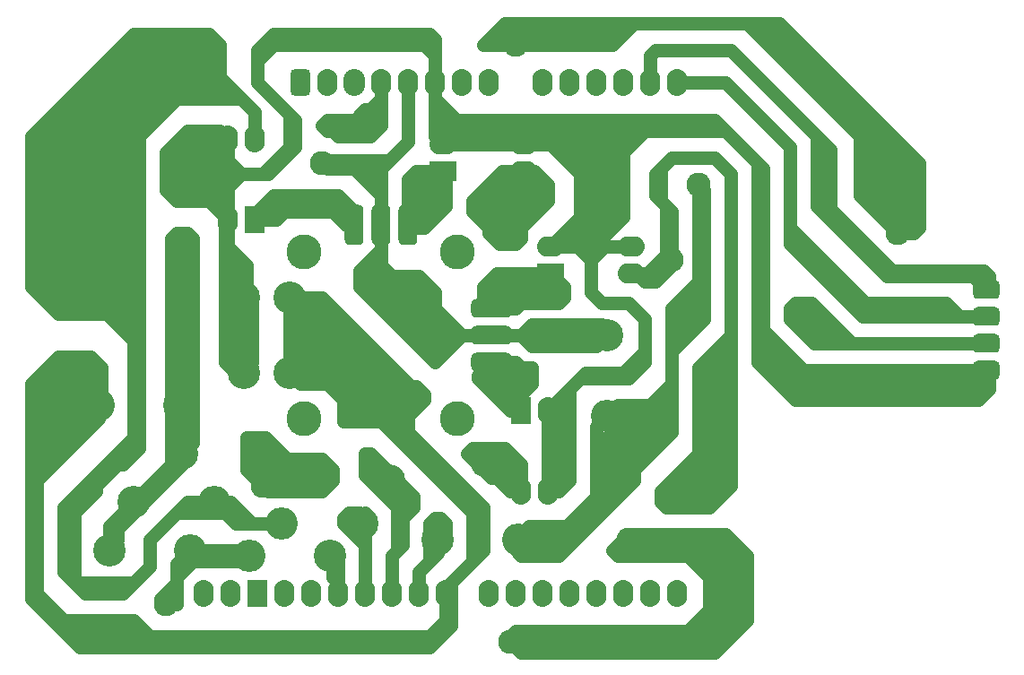
<source format=gbr>
%TF.GenerationSoftware,KiCad,Pcbnew,(6.0.11)*%
%TF.CreationDate,2024-05-30T13:56:32-03:00*%
%TF.ProjectId,hardware,68617264-7761-4726-952e-6b696361645f,rev?*%
%TF.SameCoordinates,Original*%
%TF.FileFunction,Copper,L1,Top*%
%TF.FilePolarity,Positive*%
%FSLAX46Y46*%
G04 Gerber Fmt 4.6, Leading zero omitted, Abs format (unit mm)*
G04 Created by KiCad (PCBNEW (6.0.11)) date 2024-05-30 13:56:32*
%MOMM*%
%LPD*%
G01*
G04 APERTURE LIST*
G04 Aperture macros list*
%AMRoundRect*
0 Rectangle with rounded corners*
0 $1 Rounding radius*
0 $2 $3 $4 $5 $6 $7 $8 $9 X,Y pos of 4 corners*
0 Add a 4 corners polygon primitive as box body*
4,1,4,$2,$3,$4,$5,$6,$7,$8,$9,$2,$3,0*
0 Add four circle primitives for the rounded corners*
1,1,$1+$1,$2,$3*
1,1,$1+$1,$4,$5*
1,1,$1+$1,$6,$7*
1,1,$1+$1,$8,$9*
0 Add four rect primitives between the rounded corners*
20,1,$1+$1,$2,$3,$4,$5,0*
20,1,$1+$1,$4,$5,$6,$7,0*
20,1,$1+$1,$6,$7,$8,$9,0*
20,1,$1+$1,$8,$9,$2,$3,0*%
G04 Aperture macros list end*
%TA.AperFunction,ComponentPad*%
%ADD10R,1.905000X2.540000*%
%TD*%
%TA.AperFunction,ComponentPad*%
%ADD11O,1.905000X2.540000*%
%TD*%
%TA.AperFunction,ComponentPad*%
%ADD12C,3.048000*%
%TD*%
%TA.AperFunction,ComponentPad*%
%ADD13O,3.048000X3.048000*%
%TD*%
%TA.AperFunction,ComponentPad*%
%ADD14R,2.540000X1.905000*%
%TD*%
%TA.AperFunction,ComponentPad*%
%ADD15O,2.540000X1.905000*%
%TD*%
%TA.AperFunction,ComponentPad*%
%ADD16RoundRect,0.444500X0.444500X-1.460500X0.444500X1.460500X-0.444500X1.460500X-0.444500X-1.460500X0*%
%TD*%
%TA.AperFunction,ComponentPad*%
%ADD17RoundRect,0.444500X1.460500X-0.444500X1.460500X0.444500X-1.460500X0.444500X-1.460500X-0.444500X0*%
%TD*%
%TA.AperFunction,ComponentPad*%
%ADD18C,3.302000*%
%TD*%
%TA.AperFunction,ComponentPad*%
%ADD19RoundRect,0.444500X0.825500X-0.444500X0.825500X0.444500X-0.825500X0.444500X-0.825500X-0.444500X0*%
%TD*%
%TA.AperFunction,ComponentPad*%
%ADD20RoundRect,0.476250X0.476250X-0.793750X0.476250X0.793750X-0.476250X0.793750X-0.476250X-0.793750X0*%
%TD*%
%TA.AperFunction,ComponentPad*%
%ADD21O,2.032000X2.540000*%
%TD*%
%TA.AperFunction,ViaPad*%
%ADD22C,2.286000*%
%TD*%
%TA.AperFunction,Conductor*%
%ADD23C,1.270000*%
%TD*%
G04 APERTURE END LIST*
D10*
%TO.P,U2,1*%
%TO.N,Net-(A2-Pad6)*%
X49276000Y-39116000D03*
D11*
%TO.P,U2,2*%
%TO.N,Net-(A1-Pad6)*%
X51816000Y-39116000D03*
%TO.P,U2,3*%
X51816000Y-46736000D03*
%TO.P,U2,4*%
%TO.N,Net-(R4-Pad2)*%
X49276000Y-46736000D03*
%TD*%
D12*
%TO.P,R8,1*%
%TO.N,Net-(A1-Pad5)*%
X12700000Y-47752000D03*
D13*
%TO.P,R8,2*%
%TO.N,Net-(R8-Pad2)*%
X20320000Y-47752000D03*
%TD*%
D12*
%TO.P,R7,1*%
%TO.N,Net-(A1-Pad24)*%
X41402000Y-51308000D03*
D13*
%TO.P,R7,2*%
%TO.N,Net-(R6-Pad2)*%
X49022000Y-51308000D03*
%TD*%
D10*
%TO.P,U4,1*%
%TO.N,Net-(A2-Pad3)*%
X24135000Y-21082000D03*
D11*
%TO.P,U4,2*%
%TO.N,Net-(A1-Pad6)*%
X21595000Y-21082000D03*
%TO.P,U4,3*%
X21595000Y-13462000D03*
%TO.P,U4,4*%
%TO.N,Net-(R8-Pad2)*%
X24135000Y-13462000D03*
%TD*%
D12*
%TO.P,R4,1*%
%TO.N,Net-(A1-Pad5)*%
X10414000Y-52324000D03*
D13*
%TO.P,R4,2*%
%TO.N,Net-(R4-Pad2)*%
X18034000Y-52324000D03*
%TD*%
D12*
%TO.P,R6,1*%
%TO.N,Net-(A1-Pad5)*%
X57404000Y-32004000D03*
D13*
%TO.P,R6,2*%
%TO.N,Net-(R6-Pad2)*%
X57404000Y-39624000D03*
%TD*%
D14*
%TO.P,U3,1*%
%TO.N,Net-(A2-Pad1)*%
X41910000Y-16515000D03*
D15*
%TO.P,U3,2*%
%TO.N,Net-(A1-Pad6)*%
X41910000Y-13975000D03*
%TO.P,U3,3*%
X49530000Y-13975000D03*
%TO.P,U3,4*%
%TO.N,Net-(R6-Pad2)*%
X49530000Y-16515000D03*
%TD*%
D14*
%TO.P,U1,1*%
%TO.N,Net-(A2-Pad4)*%
X52070000Y-26167000D03*
D15*
%TO.P,U1,2*%
%TO.N,Net-(A1-Pad6)*%
X52070000Y-23627000D03*
%TO.P,U1,3*%
X59690000Y-23627000D03*
%TO.P,U1,4*%
%TO.N,Net-(R2-Pad2)*%
X59690000Y-26167000D03*
%TD*%
D12*
%TO.P,R2,1*%
%TO.N,Net-(A1-Pad5)*%
X17272000Y-43180000D03*
D13*
%TO.P,R2,2*%
%TO.N,Net-(R2-Pad2)*%
X24892000Y-43180000D03*
%TD*%
D16*
%TO.P,A2,1,RY+*%
%TO.N,Net-(A2-Pad1)*%
X38608000Y-21590000D03*
%TO.P,A2,2,RYc*%
%TO.N,Net-(A1-Pad5)*%
X36068000Y-21590000D03*
%TO.P,A2,3,RY-*%
%TO.N,Net-(A2-Pad3)*%
X33528000Y-21590000D03*
D17*
%TO.P,A2,4,RX+*%
%TO.N,Net-(A2-Pad4)*%
X46482000Y-29464000D03*
%TO.P,A2,5,RXc*%
%TO.N,Net-(A1-Pad5)*%
X46482000Y-32004000D03*
%TO.P,A2,6,RX-*%
%TO.N,Net-(A2-Pad6)*%
X46482000Y-34544000D03*
D12*
%TO.P,A2,7,SW1*%
%TO.N,Net-(A1-Pad23)*%
X27432000Y-35560000D03*
X27432000Y-28448000D03*
%TO.P,A2,8,SW2*%
%TO.N,Net-(A1-Pad6)*%
X23114000Y-28448000D03*
X23114000Y-35560000D03*
D18*
%TO.P,A2,9,anclaje*%
%TO.N,unconnected-(A2-Pad9)*%
X28829000Y-24130000D03*
X43307000Y-39878000D03*
X43307000Y-24130000D03*
X28829000Y-39878000D03*
%TD*%
D12*
%TO.P,R3,1*%
%TO.N,Net-(A1-Pad25)*%
X36830000Y-45720000D03*
D13*
%TO.P,R3,2*%
%TO.N,Net-(R2-Pad2)*%
X29210000Y-45720000D03*
%TD*%
D19*
%TO.P,DISP1,1,GND*%
%TO.N,Net-(A1-Pad6)*%
X93218000Y-35306000D03*
%TO.P,DISP1,2,VCC*%
%TO.N,Net-(A1-Pad4)*%
X93218000Y-32766000D03*
%TO.P,DISP1,3,SCL*%
%TO.N,Net-(A1-Pad14)*%
X93218000Y-30226000D03*
%TO.P,DISP1,4,SDA*%
%TO.N,Net-(A1-Pad13)*%
X93218000Y-27686000D03*
%TD*%
D12*
%TO.P,R9,1*%
%TO.N,Net-(A1-Pad26)*%
X34290000Y-49784000D03*
D13*
%TO.P,R9,2*%
%TO.N,Net-(R8-Pad2)*%
X26670000Y-49784000D03*
%TD*%
D12*
%TO.P,R5,1*%
%TO.N,Net-(A1-Pad27)*%
X31242000Y-52832000D03*
D13*
%TO.P,R5,2*%
%TO.N,Net-(R4-Pad2)*%
X23622000Y-52832000D03*
%TD*%
D12*
%TO.P,R1,1*%
%TO.N,Net-(A1-Pad5)*%
X17018000Y-38608000D03*
D13*
%TO.P,R1,2*%
%TO.N,Net-(A1-Pad23)*%
X9398000Y-38608000D03*
%TD*%
D20*
%TO.P,A1,1,NC*%
%TO.N,unconnected-(A1-Pad1)*%
X28448000Y-8128000D03*
D11*
%TO.P,A1,2,IOREF*%
%TO.N,unconnected-(A1-Pad2)*%
X30988000Y-8128000D03*
D21*
%TO.P,A1,3,~{RESET}*%
%TO.N,unconnected-(A1-Pad3)*%
X33528000Y-8128000D03*
X33528000Y-8128000D03*
D11*
%TO.P,A1,4,3V3*%
%TO.N,Net-(A1-Pad4)*%
X36068000Y-8128000D03*
%TO.P,A1,5,+5V*%
%TO.N,Net-(A1-Pad5)*%
X38608000Y-8128000D03*
%TO.P,A1,6,GND*%
%TO.N,Net-(A1-Pad6)*%
X41148000Y-8128000D03*
%TO.P,A1,7,GND*%
%TO.N,unconnected-(A1-Pad7)*%
X43688000Y-8128000D03*
%TO.P,A1,8,VIN*%
%TO.N,unconnected-(A1-Pad8)*%
X46228000Y-8128000D03*
%TO.P,A1,9,A0*%
%TO.N,unconnected-(A1-Pad9)*%
X51308000Y-8128000D03*
%TO.P,A1,10,A1*%
%TO.N,unconnected-(A1-Pad10)*%
X53848000Y-8128000D03*
%TO.P,A1,11,A2*%
%TO.N,unconnected-(A1-Pad11)*%
X56388000Y-8128000D03*
%TO.P,A1,12,A3*%
%TO.N,unconnected-(A1-Pad12)*%
X58928000Y-8128000D03*
%TO.P,A1,13,SDA/A4*%
%TO.N,Net-(A1-Pad13)*%
X61468000Y-8128000D03*
%TO.P,A1,14,SCL/A5*%
%TO.N,Net-(A1-Pad14)*%
X64008000Y-8128000D03*
%TO.P,A1,15,D0/RX*%
%TO.N,unconnected-(A1-Pad15)*%
X64008000Y-56388000D03*
%TO.P,A1,16,D1/TX*%
%TO.N,unconnected-(A1-Pad16)*%
X61468000Y-56388000D03*
%TO.P,A1,17,D2*%
%TO.N,unconnected-(A1-Pad17)*%
X58928000Y-56388000D03*
%TO.P,A1,18,D3*%
%TO.N,unconnected-(A1-Pad18)*%
X56388000Y-56388000D03*
%TO.P,A1,19,D4*%
%TO.N,unconnected-(A1-Pad19)*%
X53848000Y-56388000D03*
%TO.P,A1,20,D5*%
%TO.N,unconnected-(A1-Pad20)*%
X51308000Y-56388000D03*
%TO.P,A1,21,D6*%
%TO.N,unconnected-(A1-Pad21)*%
X48768000Y-56388000D03*
%TO.P,A1,22,D7*%
%TO.N,unconnected-(A1-Pad22)*%
X46228000Y-56388000D03*
%TO.P,A1,23,D8*%
%TO.N,Net-(A1-Pad23)*%
X42168000Y-56388000D03*
%TO.P,A1,24,D9*%
%TO.N,Net-(A1-Pad24)*%
X39628000Y-56388000D03*
%TO.P,A1,25,D10*%
%TO.N,Net-(A1-Pad25)*%
X37088000Y-56388000D03*
%TO.P,A1,26,D11*%
%TO.N,Net-(A1-Pad26)*%
X34548000Y-56388000D03*
%TO.P,A1,27,D12*%
%TO.N,Net-(A1-Pad27)*%
X32008000Y-56388000D03*
%TO.P,A1,28,D13*%
%TO.N,unconnected-(A1-Pad28)*%
X29468000Y-56388000D03*
%TO.P,A1,29,GND*%
%TO.N,unconnected-(A1-Pad29)*%
X26928000Y-56388000D03*
D10*
%TO.P,A1,30,AREF*%
%TO.N,unconnected-(A1-Pad30)*%
X24388000Y-56388000D03*
D11*
%TO.P,A1,31,SDA/A4*%
%TO.N,unconnected-(A1-Pad31)*%
X21848000Y-56388000D03*
%TO.P,A1,32,SCL/A5*%
%TO.N,unconnected-(A1-Pad32)*%
X19308000Y-56388000D03*
%TD*%
D22*
%TO.N,*%
X47752000Y-21336000D03*
%TO.N,Net-(A1-Pad4)*%
X48768000Y-4572000D03*
X84836000Y-22352000D03*
X34036000Y-12192000D03*
X76708000Y-30480000D03*
%TO.N,Net-(A1-Pad5)*%
X17272000Y-24892000D03*
X30480000Y-15748000D03*
%TO.N,Net-(R2-Pad2)*%
X63500000Y-24892000D03*
X63500000Y-46736000D03*
X24892000Y-46228000D03*
%TO.N,Net-(R4-Pad2)*%
X59436000Y-51308000D03*
X45720000Y-44196000D03*
X48260000Y-60960000D03*
X15748000Y-57404000D03*
%TO.N,Net-(R6-Pad2)*%
X66040000Y-17780000D03*
%TD*%
D23*
%TO.N,Net-(A1-Pad4)*%
X70612000Y-2540000D02*
X81026000Y-12954000D01*
X84328000Y-20320000D02*
X84328000Y-16764000D01*
X36068000Y-12192000D02*
X36068000Y-10668000D01*
X47244000Y-3048000D02*
X58420000Y-3048000D01*
X33528000Y-11684000D02*
X30988000Y-11684000D01*
X82804000Y-18796000D02*
X82804000Y-13716000D01*
X75184000Y-28956000D02*
X74676000Y-29464000D01*
X83566000Y-19558000D02*
X82804000Y-18796000D01*
X81534000Y-32766000D02*
X93218000Y-32766000D01*
X81534000Y-32766000D02*
X80518000Y-32766000D01*
X61468000Y-2540000D02*
X70104000Y-2540000D01*
X34036000Y-12192000D02*
X33528000Y-11684000D01*
X77978000Y-32258000D02*
X75184000Y-29464000D01*
X81788000Y-13716000D02*
X81788000Y-19304000D01*
X72136000Y-2540000D02*
X83058000Y-13462000D01*
X61468000Y-2540000D02*
X47752000Y-2540000D01*
X76962000Y-32766000D02*
X77978000Y-32766000D01*
X36068000Y-9652000D02*
X36068000Y-10668000D01*
X73660000Y-2540000D02*
X86868000Y-15748000D01*
X47752000Y-2540000D02*
X46990000Y-3302000D01*
X85344000Y-16764000D02*
X85344000Y-19812000D01*
X77978000Y-32766000D02*
X77978000Y-32258000D01*
X36068000Y-8128000D02*
X36068000Y-9652000D01*
X36068000Y-10668000D02*
X34544000Y-12192000D01*
X70104000Y-2540000D02*
X72136000Y-2540000D01*
X85344000Y-19812000D02*
X84582000Y-20574000D01*
X34544000Y-12192000D02*
X34036000Y-12192000D01*
X30988000Y-11684000D02*
X30480000Y-12192000D01*
X46228000Y-4064000D02*
X45720000Y-4572000D01*
X83566000Y-19558000D02*
X83820000Y-19304000D01*
X46990000Y-3302000D02*
X47244000Y-3048000D01*
X81280000Y-18796000D02*
X81280000Y-13208000D01*
X46990000Y-3302000D02*
X46228000Y-4064000D01*
X86868000Y-15748000D02*
X86868000Y-21844000D01*
X34036000Y-11176000D02*
X34036000Y-12192000D01*
X83820000Y-19304000D02*
X83820000Y-17272000D01*
X81280000Y-13208000D02*
X81026000Y-12954000D01*
X48768000Y-4572000D02*
X49276000Y-4064000D01*
X30480000Y-12192000D02*
X30988000Y-12700000D01*
X74676000Y-29464000D02*
X74676000Y-30480000D01*
X83820000Y-17272000D02*
X83820000Y-15240000D01*
X56388000Y-4064000D02*
X57404000Y-4064000D01*
X84582000Y-20574000D02*
X83566000Y-19558000D01*
X81788000Y-19304000D02*
X81280000Y-18796000D01*
X57912000Y-4572000D02*
X58420000Y-4064000D01*
X85852000Y-16256000D02*
X85852000Y-21336000D01*
X75184000Y-29464000D02*
X75184000Y-28956000D01*
X57404000Y-4064000D02*
X58420000Y-4064000D01*
X34544000Y-10668000D02*
X34036000Y-11176000D01*
X76708000Y-30480000D02*
X78994000Y-32766000D01*
X46228000Y-4064000D02*
X56388000Y-4064000D01*
X49276000Y-4064000D02*
X56388000Y-4064000D01*
X72136000Y-2540000D02*
X73660000Y-2540000D01*
X70104000Y-2540000D02*
X70612000Y-2540000D01*
X84582000Y-20574000D02*
X84328000Y-20320000D01*
X31496000Y-12700000D02*
X32004000Y-13208000D01*
X59944000Y-2540000D02*
X61468000Y-2540000D01*
X78994000Y-32766000D02*
X81534000Y-32766000D01*
X82804000Y-13716000D02*
X83058000Y-13462000D01*
X77978000Y-32766000D02*
X78994000Y-32766000D01*
X32004000Y-13208000D02*
X35052000Y-13208000D01*
X86360000Y-22352000D02*
X84836000Y-22352000D01*
X86868000Y-21844000D02*
X86360000Y-22352000D01*
X76708000Y-28956000D02*
X75184000Y-28956000D01*
X83820000Y-15240000D02*
X85344000Y-16764000D01*
X81788000Y-19304000D02*
X84836000Y-22352000D01*
X36068000Y-9652000D02*
X35052000Y-10668000D01*
X45720000Y-4572000D02*
X57912000Y-4572000D01*
X74676000Y-30480000D02*
X76962000Y-32766000D01*
X80518000Y-32766000D02*
X76708000Y-28956000D01*
X35052000Y-10668000D02*
X34544000Y-10668000D01*
X35052000Y-13208000D02*
X36068000Y-12192000D01*
X30988000Y-12700000D02*
X31496000Y-12700000D01*
X85344000Y-21336000D02*
X84582000Y-20574000D01*
X81026000Y-12954000D02*
X81788000Y-13716000D01*
X58420000Y-4064000D02*
X59944000Y-2540000D01*
X83058000Y-13462000D02*
X85852000Y-16256000D01*
X34036000Y-12192000D02*
X30480000Y-12192000D01*
X85852000Y-21336000D02*
X85344000Y-21336000D01*
%TO.N,Net-(A1-Pad5)*%
X43688000Y-32004000D02*
X46482000Y-32004000D01*
X34798000Y-17526000D02*
X36068000Y-16256000D01*
X41148000Y-34544000D02*
X41656000Y-34036000D01*
X33528000Y-16256000D02*
X34798000Y-17526000D01*
X10414000Y-50038000D02*
X16002000Y-44450000D01*
X38862000Y-27178000D02*
X36830000Y-27178000D01*
X57404000Y-32004000D02*
X56388000Y-33020000D01*
X41656000Y-34036000D02*
X42418000Y-33274000D01*
X30988000Y-16256000D02*
X30480000Y-15748000D01*
X11176000Y-49276000D02*
X12700000Y-47752000D01*
X50292000Y-30988000D02*
X49276000Y-32004000D01*
X17018000Y-38608000D02*
X17018000Y-25146000D01*
X35052000Y-25908000D02*
X35560000Y-25908000D01*
X36068000Y-18796000D02*
X36068000Y-16256000D01*
X10414000Y-52070000D02*
X11176000Y-51308000D01*
X42418000Y-33274000D02*
X43688000Y-32004000D01*
X38608000Y-13716000D02*
X38608000Y-8128000D01*
X34036000Y-25908000D02*
X34036000Y-27432000D01*
X43688000Y-32004000D02*
X41148000Y-29464000D01*
X39624000Y-26416000D02*
X37084000Y-26416000D01*
X57404000Y-31496000D02*
X56896000Y-30988000D01*
X46482000Y-32004000D02*
X49276000Y-32004000D01*
X38100000Y-28448000D02*
X40132000Y-28448000D01*
X11176000Y-51308000D02*
X11176000Y-50292000D01*
X37084000Y-27432000D02*
X38100000Y-28448000D01*
X18288000Y-38100000D02*
X18288000Y-36068000D01*
X16256000Y-44196000D02*
X16002000Y-44450000D01*
X16256000Y-42164000D02*
X16256000Y-40132000D01*
X36068000Y-21590000D02*
X36068000Y-18796000D01*
X33528000Y-16256000D02*
X30988000Y-16256000D01*
X16256000Y-40132000D02*
X16256000Y-25908000D01*
X17272000Y-24892000D02*
X17272000Y-22860000D01*
X46482000Y-32004000D02*
X42672000Y-32004000D01*
X30734000Y-15494000D02*
X30480000Y-15748000D01*
X16256000Y-22860000D02*
X16256000Y-25908000D01*
X34036000Y-27432000D02*
X41148000Y-34544000D01*
X41148000Y-27940000D02*
X39624000Y-26416000D01*
X16256000Y-25908000D02*
X17272000Y-24892000D01*
X41148000Y-30480000D02*
X41148000Y-29464000D01*
X51308000Y-33020000D02*
X50292000Y-33020000D01*
X17272000Y-43180000D02*
X18288000Y-42164000D01*
X49276000Y-32004000D02*
X50292000Y-32004000D01*
X51308000Y-33020000D02*
X50292000Y-32004000D01*
X35052000Y-26416000D02*
X35052000Y-25908000D01*
X41148000Y-29464000D02*
X41148000Y-27940000D01*
X10414000Y-52324000D02*
X10414000Y-50038000D01*
X42418000Y-31750000D02*
X41148000Y-30480000D01*
X17780000Y-22352000D02*
X16764000Y-22352000D01*
X36068000Y-25400000D02*
X36068000Y-21590000D01*
X17272000Y-35052000D02*
X17272000Y-24892000D01*
X40386000Y-30734000D02*
X42418000Y-32766000D01*
X17272000Y-22860000D02*
X17780000Y-22352000D01*
X12700000Y-47752000D02*
X17272000Y-43180000D01*
X57404000Y-32004000D02*
X57404000Y-31496000D01*
X17018000Y-25146000D02*
X17272000Y-24892000D01*
X17272000Y-43180000D02*
X16256000Y-42164000D01*
X10414000Y-52324000D02*
X10414000Y-52070000D01*
X37084000Y-27432000D02*
X40386000Y-30734000D01*
X50292000Y-32004000D02*
X57404000Y-32004000D01*
X18288000Y-42164000D02*
X18288000Y-38100000D01*
X35052000Y-27432000D02*
X35052000Y-26416000D01*
X42418000Y-33274000D02*
X42418000Y-31750000D01*
X35560000Y-25908000D02*
X36830000Y-27178000D01*
X10414000Y-50038000D02*
X11176000Y-49276000D01*
X40386000Y-30734000D02*
X40132000Y-30480000D01*
X18288000Y-22860000D02*
X17780000Y-22352000D01*
X40132000Y-28448000D02*
X38862000Y-27178000D01*
X56388000Y-33020000D02*
X51308000Y-33020000D01*
X17272000Y-43180000D02*
X17272000Y-38862000D01*
X42672000Y-32004000D02*
X42418000Y-31750000D01*
X36068000Y-23876000D02*
X34036000Y-25908000D01*
X17272000Y-38862000D02*
X17018000Y-38608000D01*
X17272000Y-44196000D02*
X17272000Y-43180000D01*
X36830000Y-27178000D02*
X37084000Y-27432000D01*
X11176000Y-50292000D02*
X11176000Y-49276000D01*
X37084000Y-26416000D02*
X36068000Y-25400000D01*
X16256000Y-40132000D02*
X16256000Y-44196000D01*
X11176000Y-50292000D02*
X17272000Y-44196000D01*
X36068000Y-16256000D02*
X33528000Y-16256000D01*
X16002000Y-44450000D02*
X17272000Y-43180000D01*
X17272000Y-24892000D02*
X18288000Y-25908000D01*
X41656000Y-34036000D02*
X35052000Y-27432000D01*
X42418000Y-33274000D02*
X41910000Y-33274000D01*
X16764000Y-22352000D02*
X16256000Y-22860000D01*
X36830000Y-15494000D02*
X38608000Y-13716000D01*
X56896000Y-30988000D02*
X50292000Y-30988000D01*
X18288000Y-25908000D02*
X18288000Y-22860000D01*
X18288000Y-36068000D02*
X17272000Y-35052000D01*
X50292000Y-33020000D02*
X49276000Y-32004000D01*
X34798000Y-17526000D02*
X36068000Y-18796000D01*
X42418000Y-32766000D02*
X42418000Y-33274000D01*
X36830000Y-15494000D02*
X30734000Y-15494000D01*
X40132000Y-30480000D02*
X40132000Y-28448000D01*
X36068000Y-16256000D02*
X36830000Y-15494000D01*
X18288000Y-25908000D02*
X18288000Y-38100000D01*
X41910000Y-33274000D02*
X35052000Y-26416000D01*
X36068000Y-21590000D02*
X36068000Y-23876000D01*
%TO.N,Net-(A1-Pad6)*%
X20320000Y-13716000D02*
X18288000Y-13716000D01*
X24384000Y-7112000D02*
X24384000Y-5080000D01*
X55372000Y-35560000D02*
X58928000Y-35560000D01*
X67564000Y-11684000D02*
X68580000Y-12700000D01*
X54864000Y-36068000D02*
X55372000Y-35560000D01*
X60960000Y-30480000D02*
X59436000Y-28956000D01*
X21595000Y-15499000D02*
X22860000Y-16764000D01*
X41910000Y-13970000D02*
X41148000Y-13208000D01*
X54864000Y-20828000D02*
X54864000Y-16764000D01*
X23114000Y-28448000D02*
X23114000Y-35560000D01*
X21336000Y-34544000D02*
X21336000Y-13721000D01*
X55880000Y-24892000D02*
X55880000Y-23876000D01*
X57404000Y-12700000D02*
X57404000Y-13208000D01*
X16764000Y-19304000D02*
X15748000Y-18288000D01*
X54615000Y-23627000D02*
X52070000Y-23627000D01*
X20320000Y-19812000D02*
X19812000Y-19304000D01*
X41910000Y-13975000D02*
X41910000Y-13970000D01*
X24384000Y-8128000D02*
X24384000Y-7112000D01*
X55372000Y-21844000D02*
X55880000Y-21336000D01*
X53848000Y-45720000D02*
X53848000Y-37084000D01*
X60960000Y-33528000D02*
X60960000Y-30480000D01*
X72136000Y-33020000D02*
X75184000Y-36068000D01*
X93472000Y-35560000D02*
X93218000Y-35306000D01*
X72136000Y-31496000D02*
X72390000Y-31750000D01*
X21595000Y-13462000D02*
X21595000Y-15499000D01*
X72136000Y-16256000D02*
X72136000Y-30480000D01*
X51816000Y-46736000D02*
X52832000Y-45720000D01*
X23114000Y-35560000D02*
X23114000Y-35306000D01*
X57912000Y-14224000D02*
X57912000Y-20320000D01*
X22860000Y-28194000D02*
X22860000Y-24892000D01*
X52832000Y-45720000D02*
X52832000Y-38608000D01*
X52324000Y-12700000D02*
X57404000Y-12700000D01*
X23876000Y-34544000D02*
X23876000Y-29210000D01*
X52070000Y-23627000D02*
X52070000Y-23622000D01*
X16764000Y-17780000D02*
X17272000Y-18288000D01*
X56896000Y-20828000D02*
X57150000Y-21082000D01*
X41148000Y-8128000D02*
X41148000Y-9652000D01*
X22352000Y-29210000D02*
X23114000Y-28448000D01*
X59944000Y-12192000D02*
X57912000Y-14224000D01*
X55880000Y-13716000D02*
X55880000Y-15240000D01*
X68580000Y-12700000D02*
X71120000Y-15240000D01*
X19304000Y-18288000D02*
X19304000Y-14732000D01*
X41148000Y-12192000D02*
X41148000Y-10668000D01*
X71120000Y-15240000D02*
X71628000Y-15748000D01*
X42672000Y-12700000D02*
X52324000Y-12700000D01*
X51816000Y-39116000D02*
X52578000Y-38354000D01*
X17780000Y-15240000D02*
X17780000Y-16256000D01*
X21595000Y-21082000D02*
X21595000Y-23617000D01*
X23114000Y-35560000D02*
X22352000Y-35560000D01*
X57145000Y-23627000D02*
X56129000Y-23627000D01*
X71628000Y-15748000D02*
X71628000Y-30480000D01*
X40132000Y-4572000D02*
X41148000Y-5588000D01*
X54864000Y-16764000D02*
X52075000Y-13975000D01*
X17780000Y-17272000D02*
X18288000Y-17272000D01*
X71628000Y-33528000D02*
X71628000Y-34544000D01*
X25908000Y-4572000D02*
X40132000Y-4572000D01*
X41148000Y-10668000D02*
X41148000Y-8128000D01*
X54864000Y-21844000D02*
X55372000Y-21844000D01*
X59690000Y-23627000D02*
X57145000Y-23627000D01*
X57404000Y-12700000D02*
X59944000Y-12700000D01*
X52832000Y-38608000D02*
X52578000Y-38354000D01*
X22352000Y-34544000D02*
X22352000Y-29210000D01*
X58928000Y-20828000D02*
X58928000Y-14732000D01*
X56896000Y-13716000D02*
X56896000Y-16256000D01*
X52578000Y-38354000D02*
X53848000Y-37084000D01*
X27432000Y-14732000D02*
X27432000Y-14224000D01*
X55880000Y-24892000D02*
X54615000Y-23627000D01*
X21590000Y-21082000D02*
X20320000Y-19812000D01*
X24892000Y-16764000D02*
X27432000Y-14224000D01*
X60960000Y-34544000D02*
X60960000Y-33528000D01*
X55880000Y-27940000D02*
X55880000Y-24892000D01*
X20320000Y-19812000D02*
X20320000Y-13716000D01*
X22352000Y-35560000D02*
X21336000Y-34544000D01*
X54356000Y-13716000D02*
X55880000Y-13716000D01*
X55880000Y-15240000D02*
X55372000Y-15748000D01*
X93472000Y-37084000D02*
X75184000Y-37084000D01*
X75184000Y-37084000D02*
X71628000Y-33528000D01*
X24384000Y-5080000D02*
X25908000Y-3556000D01*
X15748000Y-14732000D02*
X17780000Y-12700000D01*
X92456000Y-36068000D02*
X93218000Y-35306000D01*
X18288000Y-17272000D02*
X18288000Y-15748000D01*
X75184000Y-36068000D02*
X92456000Y-36068000D01*
X58928000Y-35560000D02*
X60960000Y-33528000D01*
X41148000Y-4064000D02*
X41148000Y-8128000D01*
X56129000Y-23627000D02*
X58928000Y-20828000D01*
X21595000Y-26929000D02*
X23114000Y-28448000D01*
X41148000Y-11176000D02*
X42672000Y-12700000D01*
X23114000Y-35306000D02*
X23368000Y-35052000D01*
X72136000Y-30480000D02*
X71628000Y-30988000D01*
X53848000Y-22860000D02*
X54864000Y-21844000D01*
X23368000Y-35052000D02*
X23876000Y-34544000D01*
X52075000Y-13975000D02*
X49530000Y-13975000D01*
X21595000Y-23617000D02*
X21595000Y-26929000D01*
X60452000Y-12192000D02*
X59944000Y-12192000D01*
X56896000Y-16256000D02*
X54356000Y-13716000D01*
X24384000Y-6096000D02*
X25908000Y-4572000D01*
X19812000Y-19304000D02*
X16764000Y-19304000D01*
X53848000Y-37084000D02*
X54864000Y-36068000D01*
X56129000Y-23627000D02*
X54615000Y-23627000D01*
X51816000Y-39116000D02*
X51816000Y-46736000D01*
X55372000Y-15748000D02*
X52324000Y-12700000D01*
X51816000Y-46736000D02*
X52832000Y-46736000D01*
X56896000Y-16256000D02*
X56896000Y-20828000D01*
X21336000Y-13721000D02*
X21595000Y-13462000D01*
X55880000Y-23876000D02*
X56129000Y-23627000D01*
X75184000Y-38100000D02*
X92456000Y-38100000D01*
X22860000Y-16764000D02*
X21595000Y-18029000D01*
X17780000Y-16256000D02*
X17780000Y-17272000D01*
X21595000Y-23627000D02*
X22860000Y-24892000D01*
X18288000Y-14732000D02*
X17780000Y-15240000D01*
X59944000Y-12700000D02*
X60452000Y-12192000D01*
X22860000Y-24892000D02*
X23368000Y-25400000D01*
X24892000Y-16764000D02*
X25400000Y-16764000D01*
X41148000Y-5588000D02*
X41148000Y-8128000D01*
X27432000Y-11176000D02*
X24384000Y-8128000D01*
X55880000Y-24892000D02*
X57145000Y-23627000D01*
X16764000Y-15240000D02*
X16764000Y-17780000D01*
X72136000Y-30480000D02*
X72136000Y-31496000D01*
X49530000Y-13975000D02*
X41910000Y-13975000D01*
X27432000Y-14732000D02*
X27940000Y-14224000D01*
X71628000Y-34544000D02*
X75184000Y-38100000D01*
X75946000Y-35306000D02*
X93218000Y-35306000D01*
X21595000Y-13462000D02*
X21595000Y-18029000D01*
X43180000Y-11684000D02*
X67564000Y-11684000D01*
X56896000Y-28956000D02*
X55880000Y-27940000D01*
X71628000Y-30480000D02*
X71628000Y-33020000D01*
X20833000Y-12700000D02*
X21595000Y-13462000D01*
X24384000Y-7112000D02*
X24384000Y-6096000D01*
X59436000Y-28956000D02*
X56896000Y-28956000D01*
X21595000Y-23617000D02*
X21595000Y-23627000D01*
X22860000Y-16764000D02*
X24892000Y-16764000D01*
X25400000Y-16764000D02*
X27432000Y-14732000D01*
X21595000Y-21082000D02*
X21590000Y-21082000D01*
X71628000Y-33020000D02*
X72136000Y-33020000D01*
X40640000Y-3556000D02*
X41148000Y-4064000D01*
X57150000Y-21082000D02*
X55372000Y-22860000D01*
X27940000Y-14224000D02*
X27940000Y-11684000D01*
X57404000Y-13208000D02*
X56896000Y-13716000D01*
X27940000Y-11684000D02*
X24384000Y-8128000D01*
X92456000Y-38100000D02*
X93472000Y-37084000D01*
X23368000Y-28194000D02*
X23114000Y-28448000D01*
X55372000Y-22860000D02*
X53848000Y-22860000D01*
X17780000Y-12700000D02*
X20833000Y-12700000D01*
X41910000Y-13975000D02*
X41910000Y-12954000D01*
X23876000Y-29210000D02*
X23114000Y-28448000D01*
X54864000Y-36068000D02*
X58420000Y-36068000D01*
X41910000Y-12954000D02*
X41148000Y-12192000D01*
X55880000Y-21336000D02*
X55880000Y-16256000D01*
X59436000Y-36068000D02*
X60960000Y-34544000D01*
X58420000Y-36068000D02*
X58928000Y-35560000D01*
X71628000Y-30988000D02*
X72390000Y-31750000D01*
X18288000Y-13716000D02*
X16764000Y-15240000D01*
X19304000Y-14732000D02*
X18288000Y-14732000D01*
X55880000Y-16256000D02*
X55372000Y-15748000D01*
X71628000Y-33020000D02*
X71628000Y-33528000D01*
X41148000Y-10668000D02*
X41148000Y-11176000D01*
X27432000Y-14224000D02*
X27432000Y-11176000D01*
X23114000Y-35306000D02*
X22352000Y-34544000D01*
X41148000Y-13208000D02*
X41148000Y-12192000D01*
X17272000Y-18288000D02*
X19304000Y-18288000D01*
X60960000Y-12700000D02*
X68580000Y-12700000D01*
X21595000Y-18029000D02*
X21595000Y-21082000D01*
X72390000Y-31750000D02*
X75946000Y-35306000D01*
X25908000Y-3556000D02*
X40640000Y-3556000D01*
X71120000Y-15240000D02*
X72136000Y-16256000D01*
X52070000Y-23622000D02*
X54864000Y-20828000D01*
X58420000Y-36068000D02*
X59436000Y-36068000D01*
X71628000Y-30480000D02*
X71628000Y-30988000D01*
X15748000Y-18288000D02*
X15748000Y-14732000D01*
X52832000Y-46736000D02*
X53848000Y-45720000D01*
X57912000Y-20320000D02*
X57150000Y-21082000D01*
X23368000Y-25400000D02*
X23368000Y-28194000D01*
X93472000Y-37084000D02*
X93472000Y-35560000D01*
X58928000Y-14732000D02*
X60960000Y-12700000D01*
X41148000Y-9652000D02*
X43180000Y-11684000D01*
X23114000Y-28448000D02*
X22860000Y-28194000D01*
%TO.N,Net-(A1-Pad23)*%
X4064000Y-42164000D02*
X4064000Y-40132000D01*
X6096000Y-58928000D02*
X5334000Y-58166000D01*
X28956000Y-33528000D02*
X29972000Y-33528000D01*
X28448000Y-36576000D02*
X27432000Y-35560000D01*
X44704000Y-53340000D02*
X44704000Y-48768000D01*
X42164000Y-44704000D02*
X38862000Y-41402000D01*
X40640000Y-61468000D02*
X42672000Y-59436000D01*
X9652000Y-35052000D02*
X9652000Y-38354000D01*
X9398000Y-38608000D02*
X9144000Y-38608000D01*
X29718000Y-33782000D02*
X28702000Y-33782000D01*
X38608000Y-41148000D02*
X38862000Y-41402000D01*
X36068000Y-40132000D02*
X34290000Y-38354000D01*
X6604000Y-59436000D02*
X3556000Y-56388000D01*
X13208000Y-59436000D02*
X6604000Y-59436000D01*
X3048000Y-55880000D02*
X3048000Y-56896000D01*
X9652000Y-38354000D02*
X9398000Y-38608000D01*
X9398000Y-38354000D02*
X9144000Y-38100000D01*
X38608000Y-39624000D02*
X38608000Y-36576000D01*
X38862000Y-41402000D02*
X37846000Y-40386000D01*
X6604000Y-36068000D02*
X7620000Y-36068000D01*
X42672000Y-56892000D02*
X42168000Y-56388000D01*
X30480000Y-34544000D02*
X33528000Y-34544000D01*
X42164000Y-46228000D02*
X36068000Y-40132000D01*
X5080000Y-39624000D02*
X5080000Y-40132000D01*
X30480000Y-28448000D02*
X27432000Y-28448000D01*
X4064000Y-40132000D02*
X7620000Y-36576000D01*
X44704000Y-48768000D02*
X42164000Y-46228000D01*
X29972000Y-29464000D02*
X28956000Y-29464000D01*
X37846000Y-40386000D02*
X37338000Y-39878000D01*
X38608000Y-36576000D02*
X37846000Y-35814000D01*
X34544000Y-40132000D02*
X34544000Y-38608000D01*
X8636000Y-36576000D02*
X8636000Y-37592000D01*
X28956000Y-32512000D02*
X29972000Y-33528000D01*
X33528000Y-38100000D02*
X33782000Y-37846000D01*
X28448000Y-33528000D02*
X28702000Y-33782000D01*
X42164000Y-46228000D02*
X42164000Y-44704000D01*
X3048000Y-46228000D02*
X3048000Y-55880000D01*
X6096000Y-35052000D02*
X8128000Y-35052000D01*
X3048000Y-46228000D02*
X3048000Y-36576000D01*
X32004000Y-33528000D02*
X33020000Y-33528000D01*
X44704000Y-53340000D02*
X45212000Y-52832000D01*
X39878000Y-37338000D02*
X39370000Y-36830000D01*
X33528000Y-40132000D02*
X33528000Y-38100000D01*
X30480000Y-36576000D02*
X28448000Y-36576000D01*
X38608000Y-39624000D02*
X40132000Y-38100000D01*
X3048000Y-44704000D02*
X3048000Y-46228000D01*
X34290000Y-38354000D02*
X33782000Y-37846000D01*
X3048000Y-36576000D02*
X5588000Y-34036000D01*
X8636000Y-34036000D02*
X9652000Y-35052000D01*
X32512000Y-36576000D02*
X30480000Y-36576000D01*
X29972000Y-30480000D02*
X28956000Y-30480000D01*
X30988000Y-36576000D02*
X32512000Y-38100000D01*
X37338000Y-39878000D02*
X36830000Y-39370000D01*
X3556000Y-37592000D02*
X4064000Y-37084000D01*
X29464000Y-35560000D02*
X27432000Y-35560000D01*
X7620000Y-60452000D02*
X14224000Y-60452000D01*
X27432000Y-33528000D02*
X29464000Y-35560000D01*
X3048000Y-56896000D02*
X7620000Y-61468000D01*
X3556000Y-44196000D02*
X6604000Y-41148000D01*
X28702000Y-33782000D02*
X29464000Y-34544000D01*
X40640000Y-60452000D02*
X42168000Y-58924000D01*
X28956000Y-31496000D02*
X28956000Y-30988000D01*
X28956000Y-30480000D02*
X32004000Y-33528000D01*
X9398000Y-38608000D02*
X9398000Y-38354000D01*
X5588000Y-34036000D02*
X8636000Y-34036000D01*
X5080000Y-40132000D02*
X4064000Y-39116000D01*
X40132000Y-38100000D02*
X40132000Y-37592000D01*
X8636000Y-35560000D02*
X8636000Y-36576000D01*
X37846000Y-36830000D02*
X37846000Y-35814000D01*
X4064000Y-39116000D02*
X4064000Y-38608000D01*
X42672000Y-59436000D02*
X42672000Y-57912000D01*
X8128000Y-35052000D02*
X8636000Y-35560000D01*
X39370000Y-36830000D02*
X37846000Y-36830000D01*
X27432000Y-33528000D02*
X27432000Y-28448000D01*
X7620000Y-36576000D02*
X7620000Y-36068000D01*
X27432000Y-35560000D02*
X27432000Y-33528000D01*
X42672000Y-57912000D02*
X42672000Y-56892000D01*
X9398000Y-38608000D02*
X9398000Y-39878000D01*
X30480000Y-34544000D02*
X29718000Y-33782000D01*
X7620000Y-36068000D02*
X7620000Y-37084000D01*
X40132000Y-37592000D02*
X39878000Y-37338000D01*
X30988000Y-33528000D02*
X28956000Y-31496000D01*
X45720000Y-48260000D02*
X42164000Y-44704000D01*
X29464000Y-34544000D02*
X30480000Y-34544000D01*
X9144000Y-38608000D02*
X6604000Y-41148000D01*
X7620000Y-61468000D02*
X40640000Y-61468000D01*
X33782000Y-37846000D02*
X32512000Y-36576000D01*
X37084000Y-36576000D02*
X29972000Y-29464000D01*
X37084000Y-38100000D02*
X37084000Y-36576000D01*
X37084000Y-39624000D02*
X37084000Y-38100000D01*
X5080000Y-57912000D02*
X7620000Y-60452000D01*
X32512000Y-40132000D02*
X33528000Y-40132000D01*
X6604000Y-41148000D02*
X3048000Y-44704000D01*
X38608000Y-38608000D02*
X39878000Y-37338000D01*
X3556000Y-45720000D02*
X3556000Y-37592000D01*
X37846000Y-40386000D02*
X38608000Y-39624000D01*
X37846000Y-35814000D02*
X30480000Y-28448000D01*
X7620000Y-37084000D02*
X5080000Y-39624000D01*
X3048000Y-55880000D02*
X5080000Y-57912000D01*
X37846000Y-40386000D02*
X37846000Y-36830000D01*
X45212000Y-52832000D02*
X45212000Y-49276000D01*
X45212000Y-49276000D02*
X44704000Y-48768000D01*
X42168000Y-58924000D02*
X42168000Y-56388000D01*
X28956000Y-30988000D02*
X28956000Y-32512000D01*
X38608000Y-39624000D02*
X38608000Y-38608000D01*
X28448000Y-29972000D02*
X28448000Y-33528000D01*
X30480000Y-36576000D02*
X30988000Y-36576000D01*
X9398000Y-39878000D02*
X3556000Y-45720000D01*
X42672000Y-57912000D02*
X42672000Y-55372000D01*
X37338000Y-39878000D02*
X37084000Y-39624000D01*
X45720000Y-52324000D02*
X45720000Y-48260000D01*
X4064000Y-37084000D02*
X6096000Y-35052000D01*
X28956000Y-30480000D02*
X28956000Y-30988000D01*
X29972000Y-33528000D02*
X30988000Y-33528000D01*
X8636000Y-37592000D02*
X7620000Y-38608000D01*
X33528000Y-40132000D02*
X34544000Y-40132000D01*
X7620000Y-38608000D02*
X4064000Y-42164000D01*
X45212000Y-52832000D02*
X45720000Y-52324000D01*
X34544000Y-38608000D02*
X34290000Y-38354000D01*
X34544000Y-40132000D02*
X36068000Y-40132000D01*
X5334000Y-58166000D02*
X5080000Y-57912000D01*
X42926000Y-55118000D02*
X44704000Y-53340000D01*
X42168000Y-55876000D02*
X42926000Y-55118000D01*
X14224000Y-60452000D02*
X40640000Y-60452000D01*
X28702000Y-33782000D02*
X28956000Y-33528000D01*
X13208000Y-59436000D02*
X12700000Y-58928000D01*
X33528000Y-34544000D02*
X37084000Y-38100000D01*
X38608000Y-39624000D02*
X38608000Y-41148000D01*
X14224000Y-60452000D02*
X13208000Y-59436000D01*
X42672000Y-55372000D02*
X42926000Y-55118000D01*
X6604000Y-59436000D02*
X5334000Y-58166000D01*
X3556000Y-56388000D02*
X3556000Y-45720000D01*
X42168000Y-56388000D02*
X42168000Y-55876000D01*
X33020000Y-35560000D02*
X29464000Y-35560000D01*
X28956000Y-29464000D02*
X28448000Y-29972000D01*
X4064000Y-40132000D02*
X4064000Y-38608000D01*
X12700000Y-58928000D02*
X6096000Y-58928000D01*
X33020000Y-33528000D02*
X29972000Y-30480000D01*
X4064000Y-38608000D02*
X6604000Y-36068000D01*
X30988000Y-33528000D02*
X32004000Y-33528000D01*
X36830000Y-39370000D02*
X33020000Y-35560000D01*
X32512000Y-38100000D02*
X32512000Y-40132000D01*
X3556000Y-45720000D02*
X3556000Y-44196000D01*
%TO.N,Net-(A1-Pad24)*%
X42164000Y-49784000D02*
X41656000Y-49276000D01*
X41402000Y-51308000D02*
X42164000Y-51308000D01*
X39628000Y-54360000D02*
X39624000Y-54356000D01*
X41402000Y-52578000D02*
X41402000Y-51308000D01*
X40640000Y-49784000D02*
X40640000Y-52832000D01*
X39628000Y-56388000D02*
X39628000Y-54360000D01*
X41148000Y-49276000D02*
X40640000Y-49784000D01*
X39624000Y-54356000D02*
X40894000Y-53086000D01*
X41656000Y-49276000D02*
X41148000Y-49276000D01*
X40640000Y-52832000D02*
X40894000Y-53086000D01*
X40894000Y-53086000D02*
X41402000Y-52578000D01*
X42164000Y-51308000D02*
X42164000Y-49784000D01*
%TO.N,Net-(A1-Pad25)*%
X37084000Y-52832000D02*
X37084000Y-56384000D01*
X36576000Y-45720000D02*
X35560000Y-44704000D01*
X34544000Y-43180000D02*
X34544000Y-44196000D01*
X37084000Y-56384000D02*
X37088000Y-56388000D01*
X39116000Y-47752000D02*
X37084000Y-45720000D01*
X38100000Y-51816000D02*
X38100000Y-46736000D01*
X37592000Y-47244000D02*
X37592000Y-48260000D01*
X36830000Y-45720000D02*
X36576000Y-45720000D01*
X34544000Y-44196000D02*
X34544000Y-45212000D01*
X36830000Y-45720000D02*
X36830000Y-46482000D01*
X38100000Y-46736000D02*
X37084000Y-45720000D01*
X37592000Y-49784000D02*
X37592000Y-52324000D01*
X37088000Y-52828000D02*
X38100000Y-51816000D01*
X39116000Y-47752000D02*
X39116000Y-47244000D01*
X37592000Y-49784000D02*
X39116000Y-48260000D01*
X37592000Y-52324000D02*
X37084000Y-52832000D01*
X37084000Y-45720000D02*
X36830000Y-45720000D01*
X37088000Y-56388000D02*
X37088000Y-52828000D01*
X37592000Y-48260000D02*
X37592000Y-49784000D01*
X36830000Y-46482000D02*
X37592000Y-47244000D01*
X35052000Y-43180000D02*
X34544000Y-43180000D01*
X39116000Y-48260000D02*
X39116000Y-47752000D01*
X34544000Y-45212000D02*
X37592000Y-48260000D01*
X39116000Y-47244000D02*
X35052000Y-43180000D01*
%TO.N,Net-(A1-Pad26)*%
X34290000Y-49784000D02*
X34544000Y-49530000D01*
X34036000Y-49530000D02*
X34036000Y-48768000D01*
X34290000Y-49784000D02*
X34290000Y-51562000D01*
X32512000Y-49276000D02*
X32512000Y-49784000D01*
X34548000Y-51820000D02*
X34548000Y-56388000D01*
X34290000Y-51562000D02*
X34548000Y-51820000D01*
X34544000Y-49530000D02*
X34544000Y-48768000D01*
X32512000Y-49784000D02*
X34290000Y-51562000D01*
X34290000Y-49784000D02*
X34036000Y-49530000D01*
X33020000Y-48768000D02*
X32512000Y-49276000D01*
X34548000Y-56388000D02*
X34548000Y-50042000D01*
X34036000Y-48768000D02*
X33020000Y-48768000D01*
X34548000Y-50042000D02*
X34290000Y-49784000D01*
%TO.N,Net-(A1-Pad27)*%
X32008000Y-53598000D02*
X31242000Y-52832000D01*
X32000000Y-54360000D02*
X32008000Y-54360000D01*
X31496000Y-54864000D02*
X32000000Y-54360000D01*
X32008000Y-55884000D02*
X32008000Y-56388000D01*
X31496000Y-53086000D02*
X31242000Y-52832000D01*
X32008000Y-56388000D02*
X32008000Y-55376000D01*
X31496000Y-54864000D02*
X31496000Y-53086000D01*
X31242000Y-52832000D02*
X31242000Y-53086000D01*
X31242000Y-53086000D02*
X32008000Y-53852000D01*
X32008000Y-56388000D02*
X32008000Y-53598000D01*
X32008000Y-54360000D02*
X32008000Y-55884000D01*
X32008000Y-53852000D02*
X32008000Y-54360000D01*
X32008000Y-55376000D02*
X31496000Y-54864000D01*
%TO.N,Net-(A2-Pad1)*%
X40640000Y-17272000D02*
X41148000Y-17780000D01*
X41148000Y-17780000D02*
X39624000Y-19304000D01*
X41910000Y-18288000D02*
X38608000Y-21590000D01*
X38608000Y-19304000D02*
X40132000Y-17780000D01*
X38608000Y-21590000D02*
X38608000Y-17272000D01*
X40132000Y-21844000D02*
X42164000Y-19812000D01*
X38608000Y-21590000D02*
X38608000Y-19304000D01*
X38862000Y-21844000D02*
X40132000Y-21844000D01*
X42164000Y-19812000D02*
X42164000Y-16769000D01*
X38608000Y-19304000D02*
X38608000Y-18288000D01*
X41910000Y-16515000D02*
X41910000Y-18288000D01*
X42164000Y-16769000D02*
X41910000Y-16515000D01*
X39624000Y-19304000D02*
X38608000Y-19304000D01*
X38608000Y-21590000D02*
X38862000Y-21844000D01*
X38608000Y-17272000D02*
X39365000Y-16515000D01*
X38608000Y-18288000D02*
X39624000Y-17272000D01*
X39624000Y-17272000D02*
X40640000Y-17272000D01*
X39365000Y-16515000D02*
X41910000Y-16515000D01*
%TO.N,Net-(A2-Pad3)*%
X25908000Y-18796000D02*
X32004000Y-18796000D01*
X32004000Y-18796000D02*
X33528000Y-20320000D01*
X24638000Y-21082000D02*
X26162000Y-21082000D01*
X33528000Y-21336000D02*
X31496000Y-19304000D01*
X26162000Y-21082000D02*
X26924000Y-20320000D01*
X31496000Y-19304000D02*
X26416000Y-19304000D01*
X24135000Y-21082000D02*
X24638000Y-21082000D01*
X33528000Y-20320000D02*
X33528000Y-21590000D01*
X32766000Y-21590000D02*
X33528000Y-21590000D01*
X24135000Y-20569000D02*
X25908000Y-18796000D01*
X33528000Y-21590000D02*
X33528000Y-21336000D01*
X26924000Y-20320000D02*
X31496000Y-20320000D01*
X26416000Y-19304000D02*
X24638000Y-21082000D01*
X24135000Y-21082000D02*
X24135000Y-20569000D01*
X31496000Y-20320000D02*
X32766000Y-21590000D01*
%TO.N,Net-(A2-Pad4)*%
X48773000Y-29464000D02*
X52070000Y-26167000D01*
X49276000Y-27432000D02*
X49276000Y-26924000D01*
X48260000Y-28448000D02*
X48260000Y-27940000D01*
X51816000Y-27432000D02*
X51308000Y-27940000D01*
X51313000Y-26924000D02*
X49276000Y-26924000D01*
X52070000Y-26167000D02*
X51313000Y-26924000D01*
X46736000Y-28448000D02*
X48260000Y-28448000D01*
X46228000Y-27940000D02*
X46736000Y-28448000D01*
X46482000Y-29210000D02*
X45720000Y-28448000D01*
X47244000Y-26924000D02*
X46228000Y-27940000D01*
X46985000Y-26167000D02*
X52070000Y-26167000D01*
X46482000Y-29464000D02*
X46482000Y-29210000D01*
X48768000Y-28956000D02*
X48260000Y-28448000D01*
X45720000Y-28448000D02*
X45720000Y-27432000D01*
X52075000Y-26167000D02*
X53340000Y-27432000D01*
X52832000Y-28956000D02*
X51308000Y-28956000D01*
X52832000Y-28448000D02*
X51816000Y-27432000D01*
X51308000Y-28956000D02*
X48768000Y-28956000D01*
X52832000Y-28956000D02*
X52832000Y-28448000D01*
X51308000Y-27940000D02*
X51308000Y-28956000D01*
X48260000Y-27940000D02*
X47752000Y-27432000D01*
X52070000Y-26167000D02*
X52075000Y-26167000D01*
X45720000Y-27432000D02*
X46985000Y-26167000D01*
X53340000Y-27432000D02*
X53340000Y-28448000D01*
X46482000Y-29464000D02*
X48773000Y-29464000D01*
X49276000Y-26924000D02*
X47244000Y-26924000D01*
X48260000Y-28448000D02*
X49276000Y-27432000D01*
X53340000Y-28448000D02*
X52832000Y-28956000D01*
%TO.N,Net-(A2-Pad6)*%
X46736000Y-36576000D02*
X47244000Y-36068000D01*
X47244000Y-37084000D02*
X46736000Y-36576000D01*
X47244000Y-34544000D02*
X46482000Y-34544000D01*
X49276000Y-39116000D02*
X48260000Y-39116000D01*
X49276000Y-35560000D02*
X49276000Y-36576000D01*
X46736000Y-36576000D02*
X46228000Y-36068000D01*
X49276000Y-39116000D02*
X46736000Y-36576000D01*
X46228000Y-36068000D02*
X46736000Y-35560000D01*
X46736000Y-35560000D02*
X49276000Y-35560000D01*
X50292000Y-35052000D02*
X49276000Y-35052000D01*
X49276000Y-35052000D02*
X48768000Y-34544000D01*
X49276000Y-37592000D02*
X49276000Y-39116000D01*
X48768000Y-38608000D02*
X48768000Y-36068000D01*
X48768000Y-36068000D02*
X47244000Y-34544000D01*
X48260000Y-39116000D02*
X45212000Y-36068000D01*
X49276000Y-36576000D02*
X48768000Y-37084000D01*
X50292000Y-36576000D02*
X49276000Y-37592000D01*
X48768000Y-34544000D02*
X46482000Y-34544000D01*
X45212000Y-36068000D02*
X45212000Y-35814000D01*
X47244000Y-36068000D02*
X48768000Y-36068000D01*
X48768000Y-37084000D02*
X47244000Y-37084000D01*
X45212000Y-35814000D02*
X46482000Y-34544000D01*
X50292000Y-35052000D02*
X50292000Y-36576000D01*
X49276000Y-39116000D02*
X48768000Y-38608000D01*
%TO.N,Net-(R2-Pad2)*%
X31496000Y-45720000D02*
X30480000Y-46736000D01*
X66040000Y-46736000D02*
X65024000Y-46736000D01*
X62225000Y-26167000D02*
X60701000Y-26167000D01*
X26670000Y-44958000D02*
X25908000Y-45720000D01*
X62484000Y-19304000D02*
X62484000Y-16256000D01*
X25908000Y-45720000D02*
X24892000Y-45720000D01*
X66040000Y-44196000D02*
X63500000Y-46736000D01*
X30480000Y-43688000D02*
X30480000Y-44704000D01*
X61976000Y-16764000D02*
X63500000Y-15240000D01*
X63500000Y-15240000D02*
X67564000Y-15240000D01*
X67056000Y-48260000D02*
X62992000Y-48260000D01*
X29210000Y-45720000D02*
X29972000Y-45720000D01*
X62484000Y-16256000D02*
X63500000Y-15240000D01*
X61976000Y-18796000D02*
X61976000Y-16764000D01*
X25146000Y-41656000D02*
X26797000Y-43307000D01*
X28956000Y-43688000D02*
X27178000Y-43688000D01*
X63500000Y-23368000D02*
X63500000Y-20320000D01*
X59690000Y-26167000D02*
X60203000Y-26167000D01*
X66548000Y-46228000D02*
X66040000Y-46736000D01*
X62484000Y-46736000D02*
X65024000Y-44196000D01*
X29210000Y-45720000D02*
X29210000Y-46482000D01*
X23368000Y-44704000D02*
X23368000Y-41656000D01*
X29464000Y-45720000D02*
X29210000Y-45720000D01*
X26670000Y-44958000D02*
X24892000Y-43180000D01*
X62992000Y-19812000D02*
X62992000Y-24384000D01*
X27940000Y-46736000D02*
X25400000Y-46736000D01*
X23876000Y-44704000D02*
X25908000Y-44704000D01*
X66802000Y-34290000D02*
X66040000Y-35052000D01*
X28956000Y-46736000D02*
X27940000Y-46736000D01*
X66040000Y-35052000D02*
X66040000Y-43180000D01*
X62484000Y-47752000D02*
X62484000Y-46736000D01*
X65024000Y-44196000D02*
X66040000Y-44196000D01*
X68072000Y-46228000D02*
X68072000Y-33528000D01*
X30480000Y-45212000D02*
X29845000Y-44577000D01*
X30480000Y-46736000D02*
X27940000Y-46736000D01*
X62738000Y-24638000D02*
X63500000Y-23876000D01*
X64008000Y-47244000D02*
X67056000Y-47244000D01*
X66802000Y-34290000D02*
X66802000Y-45974000D01*
X66040000Y-43180000D02*
X66040000Y-44196000D01*
X69088000Y-30480000D02*
X69088000Y-32004000D01*
X63500000Y-24892000D02*
X63246000Y-24638000D01*
X63500000Y-25400000D02*
X63500000Y-24892000D01*
X24892000Y-45720000D02*
X24892000Y-46228000D01*
X62992000Y-19812000D02*
X61976000Y-18796000D01*
X27559000Y-44069000D02*
X28067000Y-44577000D01*
X61976000Y-26924000D02*
X63500000Y-25400000D01*
X69088000Y-32004000D02*
X67818000Y-33274000D01*
X27178000Y-43688000D02*
X26797000Y-43307000D01*
X69088000Y-30480000D02*
X69088000Y-46228000D01*
X62992000Y-48260000D02*
X62484000Y-47752000D01*
X31496000Y-44704000D02*
X31496000Y-45720000D01*
X63500000Y-23876000D02*
X63500000Y-23368000D01*
X28956000Y-43688000D02*
X30480000Y-43688000D01*
X65024000Y-46736000D02*
X65024000Y-46228000D01*
X30480000Y-44704000D02*
X29464000Y-45720000D01*
X27432000Y-45720000D02*
X26670000Y-44958000D01*
X65024000Y-44196000D02*
X66040000Y-43180000D01*
X29210000Y-46482000D02*
X28956000Y-46736000D01*
X30480000Y-43688000D02*
X31496000Y-44704000D01*
X29210000Y-45720000D02*
X25908000Y-45720000D01*
X61209000Y-26167000D02*
X62738000Y-24638000D01*
X25400000Y-46736000D02*
X24892000Y-46228000D01*
X59690000Y-26167000D02*
X61209000Y-26167000D01*
X24892000Y-43180000D02*
X24892000Y-43688000D01*
X27559000Y-44069000D02*
X27940000Y-43688000D01*
X60701000Y-26167000D02*
X59690000Y-26167000D01*
X66802000Y-45974000D02*
X66548000Y-46228000D01*
X63500000Y-24892000D02*
X63500000Y-23368000D01*
X62992000Y-19812000D02*
X62484000Y-19304000D01*
X67818000Y-33274000D02*
X66802000Y-34290000D01*
X29210000Y-45720000D02*
X27432000Y-45720000D01*
X62992000Y-24384000D02*
X63500000Y-24892000D01*
X26797000Y-43307000D02*
X27559000Y-44069000D01*
X29845000Y-44577000D02*
X28067000Y-44577000D01*
X60960000Y-26924000D02*
X61976000Y-26924000D01*
X24892000Y-46228000D02*
X24892000Y-43180000D01*
X24892000Y-46228000D02*
X23368000Y-44704000D01*
X63500000Y-20320000D02*
X62992000Y-19812000D01*
X23368000Y-41656000D02*
X25146000Y-41656000D01*
X63246000Y-24638000D02*
X62738000Y-24638000D01*
X63500000Y-24892000D02*
X62225000Y-26167000D01*
X24892000Y-43688000D02*
X23876000Y-44704000D01*
X69088000Y-16764000D02*
X69088000Y-30480000D01*
X68072000Y-33528000D02*
X67818000Y-33274000D01*
X65024000Y-46228000D02*
X66040000Y-45212000D01*
X69088000Y-46228000D02*
X67056000Y-48260000D01*
X28067000Y-44577000D02*
X29210000Y-45720000D01*
X27940000Y-43688000D02*
X28956000Y-43688000D01*
X60203000Y-26167000D02*
X60960000Y-26924000D01*
X67564000Y-15240000D02*
X69088000Y-16764000D01*
X63500000Y-46736000D02*
X64008000Y-47244000D01*
X29972000Y-45720000D02*
X30480000Y-45212000D01*
X67056000Y-47244000D02*
X68072000Y-46228000D01*
%TO.N,Net-(R4-Pad2)*%
X69596000Y-53340000D02*
X69596000Y-54864000D01*
X48260000Y-44196000D02*
X47244000Y-43180000D01*
X69088000Y-57912000D02*
X69596000Y-57912000D01*
X68072000Y-56388000D02*
X67564000Y-56896000D01*
X16764000Y-54864000D02*
X16764000Y-53594000D01*
X67564000Y-57912000D02*
X67818000Y-58166000D01*
X44704000Y-42672000D02*
X44196000Y-43180000D01*
X58928000Y-52832000D02*
X58420000Y-52832000D01*
X67564000Y-56896000D02*
X67564000Y-57912000D01*
X46736000Y-44196000D02*
X47244000Y-44704000D01*
X68580000Y-57404000D02*
X68580000Y-54356000D01*
X18034000Y-52324000D02*
X18034000Y-53594000D01*
X58928000Y-51308000D02*
X59436000Y-51308000D01*
X17272000Y-52324000D02*
X17272000Y-53848000D01*
X16764000Y-56388000D02*
X16764000Y-57404000D01*
X69596000Y-57912000D02*
X69596000Y-58928000D01*
X45212000Y-42672000D02*
X44704000Y-42672000D01*
X67564000Y-51308000D02*
X69596000Y-53340000D01*
X69596000Y-54864000D02*
X69596000Y-54356000D01*
X19050000Y-53340000D02*
X18034000Y-52324000D01*
X59436000Y-51308000D02*
X59944000Y-50800000D01*
X66040000Y-59944000D02*
X67818000Y-58166000D01*
X69596000Y-54864000D02*
X69596000Y-57912000D01*
X49276000Y-44196000D02*
X48260000Y-43180000D01*
X67056000Y-51816000D02*
X65024000Y-51816000D01*
X16764000Y-54864000D02*
X16764000Y-55372000D01*
X69596000Y-58928000D02*
X67056000Y-61468000D01*
X48260000Y-46736000D02*
X49276000Y-46736000D01*
X45720000Y-44196000D02*
X46990000Y-45466000D01*
X67056000Y-57404000D02*
X67056000Y-54864000D01*
X15748000Y-56388000D02*
X16764000Y-55372000D01*
X47244000Y-43180000D02*
X46736000Y-43180000D01*
X46990000Y-45466000D02*
X48260000Y-46736000D01*
X67056000Y-57912000D02*
X67056000Y-57404000D01*
X15240000Y-56896000D02*
X16764000Y-55372000D01*
X67056000Y-54864000D02*
X66040000Y-53848000D01*
X17780000Y-53340000D02*
X17272000Y-53848000D01*
X46736000Y-43180000D02*
X45720000Y-44196000D01*
X48006000Y-45466000D02*
X48260000Y-45720000D01*
X58420000Y-52832000D02*
X57912000Y-52324000D01*
X65532000Y-51308000D02*
X58928000Y-51308000D01*
X68580000Y-50800000D02*
X70612000Y-52832000D01*
X48260000Y-60452000D02*
X48768000Y-59944000D01*
X48260000Y-60960000D02*
X65024000Y-60960000D01*
X65024000Y-52832000D02*
X60960000Y-52832000D01*
X68580000Y-54356000D02*
X66548000Y-52324000D01*
X49276000Y-46736000D02*
X49276000Y-44196000D01*
X47752000Y-42672000D02*
X46736000Y-42672000D01*
X48260000Y-60960000D02*
X48260000Y-60452000D01*
X22352000Y-53340000D02*
X20828000Y-53340000D01*
X69596000Y-54356000D02*
X67056000Y-51816000D01*
X48260000Y-45720000D02*
X48260000Y-44196000D01*
X46736000Y-42672000D02*
X45212000Y-42672000D01*
X65024000Y-51816000D02*
X68072000Y-54864000D01*
X65532000Y-51308000D02*
X67564000Y-51308000D01*
X22860000Y-52832000D02*
X22352000Y-53340000D01*
X17272000Y-53848000D02*
X17526000Y-54102000D01*
X65024000Y-59944000D02*
X66040000Y-59944000D01*
X59944000Y-51816000D02*
X65024000Y-51816000D01*
X18034000Y-52324000D02*
X17272000Y-52324000D01*
X58420000Y-51816000D02*
X58928000Y-51308000D01*
X59436000Y-51308000D02*
X59944000Y-51816000D01*
X66548000Y-52324000D02*
X65532000Y-51308000D01*
X16764000Y-57404000D02*
X15748000Y-57404000D01*
X66548000Y-61468000D02*
X66040000Y-60960000D01*
X44196000Y-43180000D02*
X46482000Y-45466000D01*
X18034000Y-53594000D02*
X17526000Y-54102000D01*
X57912000Y-52324000D02*
X58420000Y-51816000D01*
X20828000Y-53340000D02*
X17780000Y-53340000D01*
X46990000Y-45466000D02*
X48006000Y-45466000D01*
X60960000Y-52832000D02*
X58928000Y-52832000D01*
X46482000Y-45466000D02*
X46990000Y-45466000D01*
X16764000Y-53594000D02*
X18034000Y-52324000D01*
X22352000Y-52324000D02*
X18034000Y-52324000D01*
X17526000Y-54102000D02*
X16764000Y-54864000D01*
X16764000Y-55372000D02*
X16764000Y-56388000D01*
X49276000Y-61976000D02*
X48260000Y-60960000D01*
X67564000Y-61976000D02*
X49276000Y-61976000D01*
X48768000Y-59944000D02*
X65024000Y-59944000D01*
X23622000Y-52832000D02*
X22860000Y-52832000D01*
X65024000Y-60960000D02*
X66040000Y-59944000D01*
X22860000Y-52832000D02*
X22352000Y-52324000D01*
X20828000Y-53340000D02*
X19050000Y-53340000D01*
X66040000Y-53848000D02*
X65024000Y-52832000D01*
X70612000Y-58928000D02*
X67564000Y-61976000D01*
X67818000Y-58166000D02*
X68580000Y-57404000D01*
X59944000Y-50800000D02*
X68580000Y-50800000D01*
X15748000Y-57404000D02*
X15240000Y-56896000D01*
X65024000Y-59944000D02*
X67056000Y-57912000D01*
X67056000Y-61468000D02*
X66548000Y-61468000D01*
X48260000Y-43180000D02*
X47752000Y-42672000D01*
X66040000Y-60960000D02*
X69088000Y-57912000D01*
X16764000Y-56388000D02*
X15748000Y-57404000D01*
X15748000Y-57404000D02*
X15748000Y-56388000D01*
X68072000Y-54864000D02*
X68072000Y-56388000D01*
X70612000Y-52832000D02*
X70612000Y-58928000D01*
X45720000Y-44196000D02*
X46736000Y-44196000D01*
%TO.N,Net-(R6-Pad2)*%
X49022000Y-51308000D02*
X49022000Y-51054000D01*
X53340000Y-51308000D02*
X49022000Y-51308000D01*
X63500000Y-33528000D02*
X63500000Y-29464000D01*
X50292000Y-52324000D02*
X52324000Y-52324000D01*
X57404000Y-39624000D02*
X56388000Y-40640000D01*
X47752000Y-21336000D02*
X48768000Y-21336000D01*
X45720000Y-19812000D02*
X48260000Y-17272000D01*
X50292000Y-18796000D02*
X49784000Y-19304000D01*
X63246000Y-41402000D02*
X63500000Y-41148000D01*
X46228000Y-21844000D02*
X45974000Y-21590000D01*
X58928000Y-40132000D02*
X57404000Y-41656000D01*
X61468000Y-39624000D02*
X62484000Y-38608000D01*
X57404000Y-39624000D02*
X58420000Y-38608000D01*
X63500000Y-29464000D02*
X66040000Y-26924000D01*
X49276000Y-22860000D02*
X48768000Y-23368000D01*
X49276000Y-18288000D02*
X49784000Y-18288000D01*
X65532000Y-31496000D02*
X64262000Y-32766000D01*
X64262000Y-32766000D02*
X64262000Y-29718000D01*
X49784000Y-20320000D02*
X48768000Y-20320000D01*
X60452000Y-42672000D02*
X60452000Y-42164000D01*
X56388000Y-40640000D02*
X56388000Y-47752000D01*
X48768000Y-23368000D02*
X47244000Y-23368000D01*
X56388000Y-47752000D02*
X56642000Y-48006000D01*
X57404000Y-41656000D02*
X57404000Y-42672000D01*
X57404000Y-39624000D02*
X61468000Y-39624000D01*
X50038000Y-50038000D02*
X53594000Y-50038000D01*
X58420000Y-38608000D02*
X61468000Y-38608000D01*
X52832000Y-52832000D02*
X59944000Y-45720000D01*
X64262000Y-29718000D02*
X65024000Y-28956000D01*
X48768000Y-23368000D02*
X47752000Y-22352000D01*
X47752000Y-20828000D02*
X47752000Y-21336000D01*
X50800000Y-18288000D02*
X50800000Y-19304000D01*
X51816000Y-17780000D02*
X50551000Y-16515000D01*
X61468000Y-38608000D02*
X63500000Y-36576000D01*
X62484000Y-40640000D02*
X59436000Y-40640000D01*
X50800000Y-19304000D02*
X49784000Y-20320000D01*
X63500000Y-36576000D02*
X63500000Y-33528000D01*
X58420000Y-41656000D02*
X58420000Y-44196000D01*
X50551000Y-16515000D02*
X49530000Y-16515000D01*
X65024000Y-28956000D02*
X65532000Y-29464000D01*
X48260000Y-18288000D02*
X49276000Y-18288000D01*
X49276000Y-51308000D02*
X50292000Y-52324000D01*
X49022000Y-51054000D02*
X50038000Y-50038000D01*
X49784000Y-19304000D02*
X49276000Y-19304000D01*
X49276000Y-52832000D02*
X52832000Y-52832000D01*
X49022000Y-51308000D02*
X49022000Y-52578000D01*
X65532000Y-29464000D02*
X65532000Y-31496000D01*
X49022000Y-51308000D02*
X49276000Y-51308000D01*
X66040000Y-26924000D02*
X66040000Y-30988000D01*
X60452000Y-42164000D02*
X59944000Y-41656000D01*
X45974000Y-21590000D02*
X44704000Y-20320000D01*
X49276000Y-19304000D02*
X47752000Y-20828000D01*
X59436000Y-40640000D02*
X58928000Y-40132000D01*
X49022000Y-52578000D02*
X49276000Y-52832000D01*
X59944000Y-45720000D02*
X59944000Y-44704000D01*
X48768000Y-22352000D02*
X49276000Y-21844000D01*
X66040000Y-17780000D02*
X66548000Y-18288000D01*
X66040000Y-20320000D02*
X66040000Y-17780000D01*
X44704000Y-20320000D02*
X44704000Y-19304000D01*
X66548000Y-30480000D02*
X65532000Y-31496000D01*
X59436000Y-43180000D02*
X59436000Y-42672000D01*
X47244000Y-23368000D02*
X46228000Y-22352000D01*
X49784000Y-18288000D02*
X50292000Y-18796000D01*
X48768000Y-21336000D02*
X49276000Y-21844000D01*
X47244000Y-21336000D02*
X46228000Y-20320000D01*
X44704000Y-19304000D02*
X47493000Y-16515000D01*
X56642000Y-48006000D02*
X59944000Y-44704000D01*
X49276000Y-21844000D02*
X51816000Y-19304000D01*
X46228000Y-22352000D02*
X46228000Y-21844000D01*
X66548000Y-18288000D02*
X66548000Y-30480000D01*
X53594000Y-50038000D02*
X54610000Y-50038000D01*
X60960000Y-43688000D02*
X63246000Y-41402000D01*
X57404000Y-42672000D02*
X57404000Y-45720000D01*
X48768000Y-23368000D02*
X48768000Y-22352000D01*
X49276000Y-21844000D02*
X49276000Y-22860000D01*
X57404000Y-45720000D02*
X60452000Y-42672000D01*
X51816000Y-19304000D02*
X51816000Y-17780000D01*
X63500000Y-41148000D02*
X63500000Y-36576000D01*
X59944000Y-41656000D02*
X58420000Y-41656000D01*
X48260000Y-17272000D02*
X49784000Y-17272000D01*
X59944000Y-44704000D02*
X60960000Y-43688000D01*
X47244000Y-23368000D02*
X47244000Y-21336000D01*
X66040000Y-20320000D02*
X66040000Y-26924000D01*
X53594000Y-50038000D02*
X61468000Y-42164000D01*
X46228000Y-20320000D02*
X45720000Y-19812000D01*
X54610000Y-50038000D02*
X56642000Y-48006000D01*
X53340000Y-51308000D02*
X54610000Y-50038000D01*
X62484000Y-38608000D02*
X62484000Y-40640000D01*
X59182000Y-41402000D02*
X63246000Y-41402000D01*
X66040000Y-30988000D02*
X65532000Y-31496000D01*
X48768000Y-20320000D02*
X47752000Y-21336000D01*
X47752000Y-22352000D02*
X47752000Y-21336000D01*
X64262000Y-32766000D02*
X63500000Y-33528000D01*
X58420000Y-44196000D02*
X59436000Y-43180000D01*
X46228000Y-20320000D02*
X48260000Y-18288000D01*
X45974000Y-21590000D02*
X49276000Y-18288000D01*
X57404000Y-39624000D02*
X59182000Y-41402000D01*
X47493000Y-16515000D02*
X49530000Y-16515000D01*
X49784000Y-17272000D02*
X50800000Y-18288000D01*
%TO.N,Net-(R8-Pad2)*%
X22352000Y-49784000D02*
X21336000Y-48768000D01*
X12700000Y-32512000D02*
X12700000Y-12192000D01*
X5080000Y-16764000D02*
X5080000Y-25400000D01*
X12700000Y-55372000D02*
X7112000Y-55372000D01*
X22860000Y-9652000D02*
X20828000Y-7620000D01*
X7620000Y-26924000D02*
X7620000Y-17780000D01*
X23368000Y-49276000D02*
X21844000Y-49276000D01*
X19812000Y-5080000D02*
X19304000Y-4572000D01*
X7112000Y-17272000D02*
X7112000Y-25400000D01*
X13208000Y-4572000D02*
X4064000Y-13716000D01*
X24135000Y-13462000D02*
X24135000Y-10927000D01*
X18796000Y-6604000D02*
X18796000Y-5588000D01*
X13208000Y-41148000D02*
X12700000Y-41656000D01*
X16764000Y-9652000D02*
X13208000Y-13208000D01*
X4064000Y-26924000D02*
X6096000Y-28956000D01*
X5080000Y-13716000D02*
X5080000Y-14732000D01*
X6604000Y-27940000D02*
X9652000Y-27940000D01*
X23368000Y-49276000D02*
X21844000Y-47752000D01*
X9144000Y-27432000D02*
X8636000Y-27432000D01*
X10668000Y-11176000D02*
X15240000Y-6604000D01*
X21844000Y-49276000D02*
X20320000Y-47752000D01*
X11430000Y-11938000D02*
X15748000Y-7620000D01*
X20828000Y-4572000D02*
X20828000Y-7620000D01*
X24135000Y-10927000D02*
X22860000Y-9652000D01*
X21844000Y-8636000D02*
X22352000Y-9144000D01*
X13208000Y-6604000D02*
X14732000Y-6604000D01*
X12954000Y-55118000D02*
X14224000Y-53848000D01*
X18796000Y-5588000D02*
X13208000Y-5588000D01*
X14224000Y-53848000D02*
X14224000Y-51308000D01*
X10414000Y-30226000D02*
X10160000Y-29972000D01*
X19812000Y-3556000D02*
X20828000Y-4572000D01*
X5080000Y-25400000D02*
X5080000Y-26416000D01*
X7112000Y-26924000D02*
X7620000Y-26924000D01*
X26670000Y-49784000D02*
X23876000Y-49784000D01*
X12700000Y-41656000D02*
X12700000Y-33528000D01*
X3048000Y-27432000D02*
X3048000Y-17780000D01*
X26670000Y-49784000D02*
X22352000Y-49784000D01*
X9906000Y-10922000D02*
X12192000Y-8636000D01*
X17780000Y-47752000D02*
X20320000Y-47752000D01*
X11684000Y-44196000D02*
X13208000Y-42672000D01*
X9144000Y-12700000D02*
X5080000Y-16764000D01*
X11176000Y-44196000D02*
X11684000Y-44196000D01*
X6096000Y-54356000D02*
X7112000Y-55372000D01*
X7112000Y-55372000D02*
X8128000Y-56388000D01*
X9144000Y-46736000D02*
X9144000Y-46228000D01*
X6096000Y-28956000D02*
X10668000Y-28956000D01*
X21336000Y-48768000D02*
X16764000Y-48768000D01*
X5080000Y-26416000D02*
X6604000Y-27940000D01*
X12700000Y-41656000D02*
X6096000Y-48260000D01*
X10160000Y-29972000D02*
X5588000Y-29972000D01*
X13208000Y-5588000D02*
X5080000Y-13716000D01*
X5080000Y-14732000D02*
X5080000Y-25400000D01*
X8128000Y-56388000D02*
X11684000Y-56388000D01*
X12700000Y-33528000D02*
X12700000Y-32512000D01*
X15748000Y-7620000D02*
X19812000Y-7620000D01*
X10668000Y-28956000D02*
X10668000Y-11176000D01*
X9144000Y-27432000D02*
X9144000Y-12700000D01*
X19304000Y-4572000D02*
X13208000Y-4572000D01*
X16256000Y-8636000D02*
X18288000Y-8636000D01*
X5588000Y-29972000D02*
X3048000Y-27432000D01*
X7112000Y-48768000D02*
X9144000Y-46736000D01*
X19812000Y-7620000D02*
X19812000Y-5080000D01*
X9652000Y-27940000D02*
X9906000Y-27686000D01*
X14224000Y-51308000D02*
X16764000Y-48768000D01*
X3048000Y-17780000D02*
X9906000Y-10922000D01*
X18796000Y-8636000D02*
X20828000Y-8636000D01*
X20828000Y-8636000D02*
X21844000Y-8636000D01*
X12700000Y-8636000D02*
X12192000Y-8636000D01*
X7620000Y-17780000D02*
X7112000Y-17272000D01*
X12700000Y-3556000D02*
X19812000Y-3556000D01*
X8636000Y-27432000D02*
X8128000Y-26924000D01*
X7112000Y-55372000D02*
X7112000Y-48768000D01*
X8128000Y-26924000D02*
X8128000Y-15240000D01*
X5080000Y-14732000D02*
X13208000Y-6604000D01*
X12700000Y-12192000D02*
X14224000Y-10668000D01*
X11430000Y-31242000D02*
X10414000Y-30226000D01*
X22352000Y-49784000D02*
X20320000Y-47752000D01*
X6096000Y-25908000D02*
X7112000Y-26924000D01*
X12192000Y-8636000D02*
X18288000Y-8636000D01*
X12954000Y-55118000D02*
X12700000Y-55372000D01*
X14732000Y-6604000D02*
X12700000Y-8636000D01*
X9652000Y-27940000D02*
X9144000Y-27432000D01*
X9144000Y-46228000D02*
X11176000Y-44196000D01*
X12700000Y-32512000D02*
X11430000Y-31242000D01*
X11684000Y-56388000D02*
X12954000Y-55118000D01*
X22860000Y-9652000D02*
X16764000Y-9652000D01*
X9906000Y-27686000D02*
X9906000Y-10922000D01*
X3048000Y-17780000D02*
X3048000Y-13208000D01*
X16764000Y-48768000D02*
X17780000Y-47752000D01*
X15240000Y-6604000D02*
X18796000Y-6604000D01*
X14224000Y-10668000D02*
X16256000Y-8636000D01*
X8128000Y-15240000D02*
X8636000Y-14732000D01*
X6096000Y-48260000D02*
X6096000Y-54356000D01*
X11430000Y-31242000D02*
X11430000Y-11938000D01*
X18288000Y-8636000D02*
X18796000Y-8636000D01*
X6096000Y-17272000D02*
X6096000Y-25908000D01*
X4064000Y-13716000D02*
X4064000Y-26924000D01*
X13208000Y-42672000D02*
X13208000Y-41148000D01*
X3048000Y-13208000D02*
X12700000Y-3556000D01*
X21844000Y-47752000D02*
X20320000Y-47752000D01*
X10668000Y-28956000D02*
X10668000Y-29972000D01*
X10668000Y-29972000D02*
X10414000Y-30226000D01*
X20828000Y-7620000D02*
X20828000Y-8636000D01*
X8636000Y-14732000D02*
X6096000Y-17272000D01*
X23876000Y-49784000D02*
X23368000Y-49276000D01*
X13208000Y-13208000D02*
X13208000Y-41148000D01*
%TO.N,Net-(A1-Pad13)*%
X91948000Y-26416000D02*
X93218000Y-27686000D01*
X83312000Y-25908000D02*
X83820000Y-26416000D01*
X78486000Y-20066000D02*
X77724000Y-19304000D01*
X69088000Y-5080000D02*
X77216000Y-13208000D01*
X77216000Y-19812000D02*
X83312000Y-25908000D01*
X61468000Y-8128000D02*
X61468000Y-5588000D01*
X84328000Y-25908000D02*
X78486000Y-20066000D01*
X61976000Y-5080000D02*
X69088000Y-5080000D01*
X93472000Y-26416000D02*
X92964000Y-25908000D01*
X83820000Y-26416000D02*
X91948000Y-26416000D01*
X77724000Y-19304000D02*
X77216000Y-18796000D01*
X93472000Y-27432000D02*
X93472000Y-26416000D01*
X77216000Y-17780000D02*
X77216000Y-19812000D01*
X77216000Y-18796000D02*
X77216000Y-17780000D01*
X83820000Y-26416000D02*
X84328000Y-25908000D01*
X92964000Y-25908000D02*
X84328000Y-25908000D01*
X61468000Y-5588000D02*
X61976000Y-5080000D01*
X78486000Y-14478000D02*
X77724000Y-13716000D01*
X78486000Y-20066000D02*
X78486000Y-14478000D01*
X77216000Y-13208000D02*
X77216000Y-17780000D01*
X77724000Y-13716000D02*
X77216000Y-13208000D01*
X77724000Y-19304000D02*
X77724000Y-13716000D01*
X84328000Y-25908000D02*
X83312000Y-25908000D01*
X93472000Y-26416000D02*
X91948000Y-26416000D01*
X93218000Y-27686000D02*
X93472000Y-27432000D01*
%TO.N,Net-(A1-Pad14)*%
X90678000Y-30226000D02*
X82550000Y-30226000D01*
X80772000Y-28956000D02*
X80518000Y-29210000D01*
X74676000Y-22860000D02*
X74676000Y-21844000D01*
X68580000Y-8128000D02*
X64008000Y-8128000D01*
X89408000Y-28956000D02*
X82804000Y-28956000D01*
X80010000Y-27686000D02*
X75184000Y-22860000D01*
X74676000Y-14224000D02*
X68580000Y-8128000D01*
X80518000Y-29210000D02*
X74676000Y-23368000D01*
X74676000Y-21844000D02*
X74676000Y-14224000D01*
X89916000Y-29464000D02*
X89408000Y-28956000D01*
X74676000Y-23368000D02*
X74676000Y-22860000D01*
X80772000Y-28448000D02*
X80010000Y-27686000D01*
X82550000Y-30226000D02*
X81534000Y-30226000D01*
X80772000Y-28956000D02*
X80772000Y-28448000D01*
X90678000Y-30226000D02*
X89916000Y-29464000D01*
X89916000Y-29464000D02*
X85852000Y-29464000D01*
X75184000Y-22860000D02*
X74676000Y-22860000D01*
X80010000Y-27686000D02*
X82550000Y-30226000D01*
X81534000Y-30226000D02*
X80518000Y-29210000D01*
X82804000Y-28956000D02*
X80772000Y-28956000D01*
X93218000Y-30226000D02*
X90678000Y-30226000D01*
X74676000Y-21844000D02*
X81788000Y-28956000D01*
X81788000Y-28956000D02*
X82804000Y-28956000D01*
%TD*%
M02*

</source>
